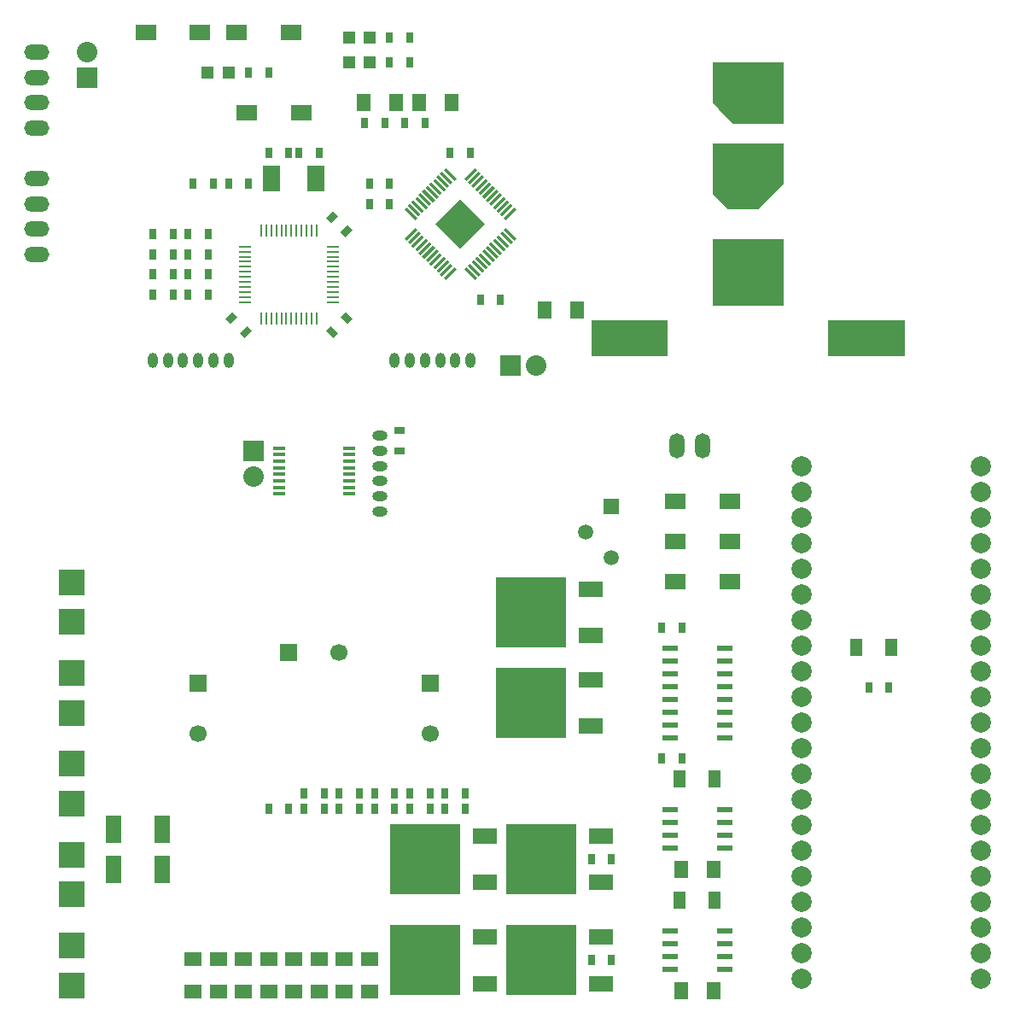
<source format=gbr>
G04 #@! TF.FileFunction,Soldermask,Top*
%FSLAX46Y46*%
G04 Gerber Fmt 4.6, Leading zero omitted, Abs format (unit mm)*
G04 Created by KiCad (PCBNEW 4.0.7) date 07/09/18 09:37:45*
%MOMM*%
%LPD*%
G01*
G04 APERTURE LIST*
%ADD10C,0.100000*%
%ADD11R,1.198880X1.198880*%
%ADD12O,2.500000X1.500000*%
%ADD13O,1.000000X1.524000*%
%ADD14R,2.032000X2.032000*%
%ADD15O,2.032000X2.032000*%
%ADD16R,2.000000X1.600000*%
%ADD17R,0.250000X1.300000*%
%ADD18R,1.300000X0.250000*%
%ADD19R,1.800000X2.600000*%
%ADD20R,0.700000X1.000000*%
%ADD21R,1.400000X1.800000*%
%ADD22R,1.000000X0.700000*%
%ADD23R,1.200000X0.400000*%
%ADD24O,1.524000X1.000000*%
%ADD25R,1.800000X1.400000*%
%ADD26R,1.501140X2.700020*%
%ADD27R,2.499360X2.499360*%
%ADD28R,2.400000X1.500000*%
%ADD29R,7.000240X7.000240*%
%ADD30R,1.550000X0.600000*%
%ADD31C,2.000000*%
%ADD32R,1.300480X1.699260*%
%ADD33R,1.500000X0.600000*%
%ADD34O,1.500000X2.500000*%
%ADD35C,1.510000*%
%ADD36R,1.510000X1.510000*%
%ADD37C,1.700000*%
%ADD38R,1.700000X1.700000*%
%ADD39C,0.026000*%
G04 APERTURE END LIST*
D10*
D11*
X19950980Y-7000000D03*
X22049020Y-7000000D03*
X33950980Y-6000000D03*
X36049020Y-6000000D03*
D12*
X3000000Y-25000000D03*
X3000000Y-22500000D03*
X3000000Y-20000000D03*
X3000000Y-17500000D03*
X3000000Y-12500000D03*
X3000000Y-10000000D03*
X3000000Y-7500000D03*
X3000000Y-5000000D03*
D13*
X14500000Y-35500000D03*
X16000000Y-35500000D03*
X17500000Y-35500000D03*
X19000000Y-35500000D03*
X20500000Y-35500000D03*
X22000000Y-35500000D03*
D14*
X8000000Y-7500000D03*
D15*
X8000000Y-4960000D03*
D16*
X23800000Y-11000000D03*
X29200000Y-11000000D03*
D17*
X30750000Y-22650000D03*
X30250000Y-22650000D03*
X29750000Y-22650000D03*
X29250000Y-22650000D03*
X28750000Y-22650000D03*
X28250000Y-22650000D03*
X27750000Y-22650000D03*
X27250000Y-22650000D03*
X26750000Y-22650000D03*
X26250000Y-22650000D03*
X25750000Y-22650000D03*
X25250000Y-22650000D03*
D18*
X23650000Y-24250000D03*
X23650000Y-24750000D03*
X23650000Y-25250000D03*
X23650000Y-25750000D03*
X23650000Y-26250000D03*
X23650000Y-26750000D03*
X23650000Y-27250000D03*
X23650000Y-27750000D03*
X23650000Y-28250000D03*
X23650000Y-28750000D03*
X23650000Y-29250000D03*
X23650000Y-29750000D03*
D17*
X25250000Y-31350000D03*
X25750000Y-31350000D03*
X26250000Y-31350000D03*
X26750000Y-31350000D03*
X27250000Y-31350000D03*
X27750000Y-31350000D03*
X28250000Y-31350000D03*
X28750000Y-31350000D03*
X29250000Y-31350000D03*
X29750000Y-31350000D03*
X30250000Y-31350000D03*
X30750000Y-31350000D03*
D18*
X32350000Y-29750000D03*
X32350000Y-29250000D03*
X32350000Y-28750000D03*
X32350000Y-28250000D03*
X32350000Y-27750000D03*
X32350000Y-27250000D03*
X32350000Y-26750000D03*
X32350000Y-26250000D03*
X32350000Y-25750000D03*
X32350000Y-25250000D03*
X32350000Y-24750000D03*
X32350000Y-24250000D03*
D19*
X30700000Y-17500000D03*
X26300000Y-17500000D03*
D20*
X36000000Y-18000000D03*
X38000000Y-18000000D03*
X47000000Y-29500000D03*
X49000000Y-29500000D03*
X35500000Y-12000000D03*
X37500000Y-12000000D03*
D21*
X35400000Y-10000000D03*
X38600000Y-10000000D03*
D20*
X39500000Y-12000000D03*
X41500000Y-12000000D03*
D21*
X40900000Y-10000000D03*
X44100000Y-10000000D03*
D20*
X46000000Y-15000000D03*
X44000000Y-15000000D03*
D11*
X33950980Y-3500000D03*
X36049020Y-3500000D03*
D10*
G36*
X39661344Y-23661701D02*
X39449212Y-23449569D01*
X40509872Y-22388909D01*
X40722004Y-22601041D01*
X39661344Y-23661701D01*
X39661344Y-23661701D01*
G37*
G36*
X40014897Y-24015254D02*
X39802765Y-23803122D01*
X40863425Y-22742462D01*
X41075557Y-22954594D01*
X40014897Y-24015254D01*
X40014897Y-24015254D01*
G37*
G36*
X40368451Y-24368808D02*
X40156319Y-24156676D01*
X41216979Y-23096016D01*
X41429111Y-23308148D01*
X40368451Y-24368808D01*
X40368451Y-24368808D01*
G37*
G36*
X40722004Y-24722361D02*
X40509872Y-24510229D01*
X41570532Y-23449569D01*
X41782664Y-23661701D01*
X40722004Y-24722361D01*
X40722004Y-24722361D01*
G37*
G36*
X41075557Y-25075914D02*
X40863425Y-24863782D01*
X41924085Y-23803122D01*
X42136217Y-24015254D01*
X41075557Y-25075914D01*
X41075557Y-25075914D01*
G37*
G36*
X41429111Y-25429468D02*
X41216979Y-25217336D01*
X42277639Y-24156676D01*
X42489771Y-24368808D01*
X41429111Y-25429468D01*
X41429111Y-25429468D01*
G37*
G36*
X41782664Y-25783021D02*
X41570532Y-25570889D01*
X42631192Y-24510229D01*
X42843324Y-24722361D01*
X41782664Y-25783021D01*
X41782664Y-25783021D01*
G37*
G36*
X42136218Y-26136575D02*
X41924086Y-25924443D01*
X42984746Y-24863783D01*
X43196878Y-25075915D01*
X42136218Y-26136575D01*
X42136218Y-26136575D01*
G37*
G36*
X42489771Y-26490128D02*
X42277639Y-26277996D01*
X43338299Y-25217336D01*
X43550431Y-25429468D01*
X42489771Y-26490128D01*
X42489771Y-26490128D01*
G37*
G36*
X42843324Y-26843681D02*
X42631192Y-26631549D01*
X43691852Y-25570889D01*
X43903984Y-25783021D01*
X42843324Y-26843681D01*
X42843324Y-26843681D01*
G37*
G36*
X43196878Y-27197235D02*
X42984746Y-26985103D01*
X44045406Y-25924443D01*
X44257538Y-26136575D01*
X43196878Y-27197235D01*
X43196878Y-27197235D01*
G37*
G36*
X43550431Y-27550788D02*
X43338299Y-27338656D01*
X44398959Y-26277996D01*
X44611091Y-26490128D01*
X43550431Y-27550788D01*
X43550431Y-27550788D01*
G37*
G36*
X46661701Y-27338656D02*
X46449569Y-27550788D01*
X45388909Y-26490128D01*
X45601041Y-26277996D01*
X46661701Y-27338656D01*
X46661701Y-27338656D01*
G37*
G36*
X47015254Y-26985103D02*
X46803122Y-27197235D01*
X45742462Y-26136575D01*
X45954594Y-25924443D01*
X47015254Y-26985103D01*
X47015254Y-26985103D01*
G37*
G36*
X47368808Y-26631549D02*
X47156676Y-26843681D01*
X46096016Y-25783021D01*
X46308148Y-25570889D01*
X47368808Y-26631549D01*
X47368808Y-26631549D01*
G37*
G36*
X47722361Y-26277996D02*
X47510229Y-26490128D01*
X46449569Y-25429468D01*
X46661701Y-25217336D01*
X47722361Y-26277996D01*
X47722361Y-26277996D01*
G37*
G36*
X48075914Y-25924443D02*
X47863782Y-26136575D01*
X46803122Y-25075915D01*
X47015254Y-24863783D01*
X48075914Y-25924443D01*
X48075914Y-25924443D01*
G37*
G36*
X48429468Y-25570889D02*
X48217336Y-25783021D01*
X47156676Y-24722361D01*
X47368808Y-24510229D01*
X48429468Y-25570889D01*
X48429468Y-25570889D01*
G37*
G36*
X48783021Y-25217336D02*
X48570889Y-25429468D01*
X47510229Y-24368808D01*
X47722361Y-24156676D01*
X48783021Y-25217336D01*
X48783021Y-25217336D01*
G37*
G36*
X49136575Y-24863782D02*
X48924443Y-25075914D01*
X47863783Y-24015254D01*
X48075915Y-23803122D01*
X49136575Y-24863782D01*
X49136575Y-24863782D01*
G37*
G36*
X49490128Y-24510229D02*
X49277996Y-24722361D01*
X48217336Y-23661701D01*
X48429468Y-23449569D01*
X49490128Y-24510229D01*
X49490128Y-24510229D01*
G37*
G36*
X49843681Y-24156676D02*
X49631549Y-24368808D01*
X48570889Y-23308148D01*
X48783021Y-23096016D01*
X49843681Y-24156676D01*
X49843681Y-24156676D01*
G37*
G36*
X50197235Y-23803122D02*
X49985103Y-24015254D01*
X48924443Y-22954594D01*
X49136575Y-22742462D01*
X50197235Y-23803122D01*
X50197235Y-23803122D01*
G37*
G36*
X50550788Y-23449569D02*
X50338656Y-23661701D01*
X49277996Y-22601041D01*
X49490128Y-22388909D01*
X50550788Y-23449569D01*
X50550788Y-23449569D01*
G37*
G36*
X49490128Y-21611091D02*
X49277996Y-21398959D01*
X50338656Y-20338299D01*
X50550788Y-20550431D01*
X49490128Y-21611091D01*
X49490128Y-21611091D01*
G37*
G36*
X49136575Y-21257538D02*
X48924443Y-21045406D01*
X49985103Y-19984746D01*
X50197235Y-20196878D01*
X49136575Y-21257538D01*
X49136575Y-21257538D01*
G37*
G36*
X48783021Y-20903984D02*
X48570889Y-20691852D01*
X49631549Y-19631192D01*
X49843681Y-19843324D01*
X48783021Y-20903984D01*
X48783021Y-20903984D01*
G37*
G36*
X48429468Y-20550431D02*
X48217336Y-20338299D01*
X49277996Y-19277639D01*
X49490128Y-19489771D01*
X48429468Y-20550431D01*
X48429468Y-20550431D01*
G37*
G36*
X48075915Y-20196878D02*
X47863783Y-19984746D01*
X48924443Y-18924086D01*
X49136575Y-19136218D01*
X48075915Y-20196878D01*
X48075915Y-20196878D01*
G37*
G36*
X47722361Y-19843324D02*
X47510229Y-19631192D01*
X48570889Y-18570532D01*
X48783021Y-18782664D01*
X47722361Y-19843324D01*
X47722361Y-19843324D01*
G37*
G36*
X47368808Y-19489771D02*
X47156676Y-19277639D01*
X48217336Y-18216979D01*
X48429468Y-18429111D01*
X47368808Y-19489771D01*
X47368808Y-19489771D01*
G37*
G36*
X47015254Y-19136217D02*
X46803122Y-18924085D01*
X47863782Y-17863425D01*
X48075914Y-18075557D01*
X47015254Y-19136217D01*
X47015254Y-19136217D01*
G37*
G36*
X46661701Y-18782664D02*
X46449569Y-18570532D01*
X47510229Y-17509872D01*
X47722361Y-17722004D01*
X46661701Y-18782664D01*
X46661701Y-18782664D01*
G37*
G36*
X46308148Y-18429111D02*
X46096016Y-18216979D01*
X47156676Y-17156319D01*
X47368808Y-17368451D01*
X46308148Y-18429111D01*
X46308148Y-18429111D01*
G37*
G36*
X45954594Y-18075557D02*
X45742462Y-17863425D01*
X46803122Y-16802765D01*
X47015254Y-17014897D01*
X45954594Y-18075557D01*
X45954594Y-18075557D01*
G37*
G36*
X45601041Y-17722004D02*
X45388909Y-17509872D01*
X46449569Y-16449212D01*
X46661701Y-16661344D01*
X45601041Y-17722004D01*
X45601041Y-17722004D01*
G37*
G36*
X44611091Y-17509872D02*
X44398959Y-17722004D01*
X43338299Y-16661344D01*
X43550431Y-16449212D01*
X44611091Y-17509872D01*
X44611091Y-17509872D01*
G37*
G36*
X44257538Y-17863425D02*
X44045406Y-18075557D01*
X42984746Y-17014897D01*
X43196878Y-16802765D01*
X44257538Y-17863425D01*
X44257538Y-17863425D01*
G37*
G36*
X43903984Y-18216979D02*
X43691852Y-18429111D01*
X42631192Y-17368451D01*
X42843324Y-17156319D01*
X43903984Y-18216979D01*
X43903984Y-18216979D01*
G37*
G36*
X43550431Y-18570532D02*
X43338299Y-18782664D01*
X42277639Y-17722004D01*
X42489771Y-17509872D01*
X43550431Y-18570532D01*
X43550431Y-18570532D01*
G37*
G36*
X43196878Y-18924085D02*
X42984746Y-19136217D01*
X41924086Y-18075557D01*
X42136218Y-17863425D01*
X43196878Y-18924085D01*
X43196878Y-18924085D01*
G37*
G36*
X42843324Y-19277639D02*
X42631192Y-19489771D01*
X41570532Y-18429111D01*
X41782664Y-18216979D01*
X42843324Y-19277639D01*
X42843324Y-19277639D01*
G37*
G36*
X42489771Y-19631192D02*
X42277639Y-19843324D01*
X41216979Y-18782664D01*
X41429111Y-18570532D01*
X42489771Y-19631192D01*
X42489771Y-19631192D01*
G37*
G36*
X42136217Y-19984746D02*
X41924085Y-20196878D01*
X40863425Y-19136218D01*
X41075557Y-18924086D01*
X42136217Y-19984746D01*
X42136217Y-19984746D01*
G37*
G36*
X41782664Y-20338299D02*
X41570532Y-20550431D01*
X40509872Y-19489771D01*
X40722004Y-19277639D01*
X41782664Y-20338299D01*
X41782664Y-20338299D01*
G37*
G36*
X41429111Y-20691852D02*
X41216979Y-20903984D01*
X40156319Y-19843324D01*
X40368451Y-19631192D01*
X41429111Y-20691852D01*
X41429111Y-20691852D01*
G37*
G36*
X41075557Y-21045406D02*
X40863425Y-21257538D01*
X39802765Y-20196878D01*
X40014897Y-19984746D01*
X41075557Y-21045406D01*
X41075557Y-21045406D01*
G37*
G36*
X40722004Y-21398959D02*
X40509872Y-21611091D01*
X39449212Y-20550431D01*
X39661344Y-20338299D01*
X40722004Y-21398959D01*
X40722004Y-21398959D01*
G37*
G36*
X46237437Y-23237437D02*
X45000000Y-22000000D01*
X46237437Y-20762563D01*
X47474874Y-22000000D01*
X46237437Y-23237437D01*
X46237437Y-23237437D01*
G37*
G36*
X45000000Y-22000000D02*
X43762563Y-20762563D01*
X45000000Y-19525126D01*
X46237437Y-20762563D01*
X45000000Y-22000000D01*
X45000000Y-22000000D01*
G37*
G36*
X45000000Y-24474874D02*
X43762563Y-23237437D01*
X45000000Y-22000000D01*
X46237437Y-23237437D01*
X45000000Y-24474874D01*
X45000000Y-24474874D01*
G37*
G36*
X43762563Y-23237437D02*
X42525126Y-22000000D01*
X43762563Y-20762563D01*
X45000000Y-22000000D01*
X43762563Y-23237437D01*
X43762563Y-23237437D01*
G37*
D20*
X31000000Y-15000000D03*
X29000000Y-15000000D03*
X26000000Y-15000000D03*
X28000000Y-15000000D03*
D10*
G36*
X32398959Y-33308148D02*
X31691852Y-32601041D01*
X32186827Y-32106066D01*
X32893934Y-32813173D01*
X32398959Y-33308148D01*
X32398959Y-33308148D01*
G37*
G36*
X33813173Y-31893934D02*
X33106066Y-31186827D01*
X33601041Y-30691852D01*
X34308148Y-31398959D01*
X33813173Y-31893934D01*
X33813173Y-31893934D01*
G37*
G36*
X34308148Y-22601041D02*
X33601041Y-23308148D01*
X33106066Y-22813173D01*
X33813173Y-22106066D01*
X34308148Y-22601041D01*
X34308148Y-22601041D01*
G37*
G36*
X32893934Y-21186827D02*
X32186827Y-21893934D01*
X31691852Y-21398959D01*
X32398959Y-20691852D01*
X32893934Y-21186827D01*
X32893934Y-21186827D01*
G37*
D20*
X18500000Y-18000000D03*
X20500000Y-18000000D03*
D10*
G36*
X21691852Y-31398959D02*
X22398959Y-30691852D01*
X22893934Y-31186827D01*
X22186827Y-31893934D01*
X21691852Y-31398959D01*
X21691852Y-31398959D01*
G37*
G36*
X23106066Y-32813173D02*
X23813173Y-32106066D01*
X24308148Y-32601041D01*
X23601041Y-33308148D01*
X23106066Y-32813173D01*
X23106066Y-32813173D01*
G37*
D20*
X22000000Y-18000000D03*
X24000000Y-18000000D03*
X38000000Y-3500000D03*
X40000000Y-3500000D03*
X24000000Y-7000000D03*
X26000000Y-7000000D03*
X38000000Y-6000000D03*
X40000000Y-6000000D03*
X14500000Y-23000000D03*
X16500000Y-23000000D03*
X18000000Y-23000000D03*
X20000000Y-23000000D03*
X14500000Y-25000000D03*
X16500000Y-25000000D03*
X18000000Y-25000000D03*
X20000000Y-25000000D03*
X14500000Y-27000000D03*
X16500000Y-27000000D03*
X18000000Y-27000000D03*
X20000000Y-27000000D03*
X14500000Y-29000000D03*
X16500000Y-29000000D03*
X18000000Y-29000000D03*
X20000000Y-29000000D03*
D13*
X38500000Y-35500000D03*
X40000000Y-35500000D03*
X41500000Y-35500000D03*
X43000000Y-35500000D03*
X44500000Y-35500000D03*
X46000000Y-35500000D03*
D14*
X50000000Y-36000000D03*
D15*
X52540000Y-36000000D03*
D22*
X39000000Y-42500000D03*
X39000000Y-44500000D03*
D23*
X27050000Y-44225000D03*
X27050000Y-44875000D03*
X27050000Y-45525000D03*
X27050000Y-46175000D03*
X27050000Y-46825000D03*
X27050000Y-47475000D03*
X27050000Y-48125000D03*
X27050000Y-48775000D03*
X33950000Y-48775000D03*
X33950000Y-48125000D03*
X33950000Y-47475000D03*
X33950000Y-46825000D03*
X33950000Y-46175000D03*
X33950000Y-45525000D03*
X33950000Y-44875000D03*
X33950000Y-44225000D03*
D24*
X37000000Y-43000000D03*
X37000000Y-44500000D03*
X37000000Y-46000000D03*
X37000000Y-47500000D03*
X37000000Y-49000000D03*
X37000000Y-50500000D03*
D14*
X24500000Y-44500000D03*
D15*
X24500000Y-47040000D03*
D21*
X66900000Y-86000000D03*
X70100000Y-86000000D03*
D25*
X26000000Y-94900000D03*
X26000000Y-98100000D03*
X36000000Y-94900000D03*
X36000000Y-98100000D03*
X21000000Y-94900000D03*
X21000000Y-98100000D03*
X28500000Y-94900000D03*
X28500000Y-98100000D03*
X18500000Y-94900000D03*
X18500000Y-98100000D03*
X33500000Y-94900000D03*
X33500000Y-98100000D03*
X23500000Y-94900000D03*
X23500000Y-98100000D03*
X31000000Y-94900000D03*
X31000000Y-98100000D03*
D26*
X15400300Y-86000000D03*
X10599700Y-86000000D03*
X10599700Y-82000000D03*
X15400300Y-82000000D03*
D27*
X6500000Y-66531500D03*
X6500000Y-70468500D03*
X6500000Y-75531500D03*
X6500000Y-79468500D03*
D28*
X57950000Y-71800000D03*
X57950000Y-67200000D03*
D29*
X52050680Y-69500000D03*
D28*
X47450000Y-97300000D03*
X47450000Y-92700000D03*
D29*
X41550680Y-95000000D03*
D28*
X47450000Y-87300000D03*
X47450000Y-82700000D03*
D29*
X41550680Y-85000000D03*
D28*
X58950000Y-87300000D03*
X58950000Y-82700000D03*
D29*
X53050680Y-85000000D03*
D20*
X28000000Y-80000000D03*
X26000000Y-80000000D03*
X31500000Y-80000000D03*
X29500000Y-80000000D03*
X35000000Y-80000000D03*
X33000000Y-80000000D03*
X65000000Y-75000000D03*
X67000000Y-75000000D03*
X38500000Y-80000000D03*
X36500000Y-80000000D03*
X42000000Y-80000000D03*
X40000000Y-80000000D03*
X58000000Y-95000000D03*
X60000000Y-95000000D03*
X45500000Y-80000000D03*
X43500000Y-80000000D03*
X43500000Y-78500000D03*
X45500000Y-78500000D03*
X40000000Y-78500000D03*
X42000000Y-78500000D03*
X36500000Y-78500000D03*
X38500000Y-78500000D03*
X33000000Y-78500000D03*
X35000000Y-78500000D03*
X29500000Y-78500000D03*
X31500000Y-78500000D03*
X58000000Y-85000000D03*
X60000000Y-85000000D03*
D30*
X71200000Y-83905000D03*
X71200000Y-82635000D03*
X71200000Y-81365000D03*
X71200000Y-80095000D03*
X65800000Y-80095000D03*
X65800000Y-81365000D03*
X65800000Y-82635000D03*
X65800000Y-83905000D03*
D31*
X78880000Y-46020000D03*
X78880000Y-48560000D03*
X78880000Y-51100000D03*
X78880000Y-53640000D03*
X78880000Y-56180000D03*
X78880000Y-58720000D03*
X78880000Y-61260000D03*
X78880000Y-63800000D03*
X78880000Y-66340000D03*
X78880000Y-68880000D03*
X78880000Y-71420000D03*
X78880000Y-73960000D03*
X78880000Y-76500000D03*
X78880000Y-79040000D03*
X78880000Y-81580000D03*
X78880000Y-84120000D03*
X78880000Y-86660000D03*
X78880000Y-89200000D03*
X78880000Y-91740000D03*
X78880000Y-94280000D03*
X78880000Y-96820000D03*
X96660000Y-96820000D03*
X96660000Y-94280000D03*
X96660000Y-91740000D03*
X96660000Y-89200000D03*
X96660000Y-86660000D03*
X96660000Y-84120000D03*
X96660000Y-81580000D03*
X96660000Y-79040000D03*
X96660000Y-76500000D03*
X96660000Y-73960000D03*
X96660000Y-71420000D03*
X96660000Y-68880000D03*
X96660000Y-66340000D03*
X96660000Y-63800000D03*
X96660000Y-61260000D03*
X96660000Y-58720000D03*
X96660000Y-56180000D03*
X96660000Y-53640000D03*
X96660000Y-51100000D03*
X96660000Y-48560000D03*
X96660000Y-46020000D03*
D32*
X87750060Y-64000000D03*
X84249940Y-64000000D03*
X66749940Y-77000000D03*
X70250060Y-77000000D03*
D21*
X66900000Y-98000000D03*
X70100000Y-98000000D03*
D32*
X66749940Y-89000000D03*
X70250060Y-89000000D03*
D27*
X6500000Y-93531500D03*
X6500000Y-97468500D03*
X6500000Y-57531500D03*
X6500000Y-61468500D03*
D28*
X58950000Y-97300000D03*
X58950000Y-92700000D03*
D29*
X53050680Y-95000000D03*
D28*
X57950000Y-62800000D03*
X57950000Y-58200000D03*
D29*
X52050680Y-60500000D03*
D20*
X65000000Y-62000000D03*
X67000000Y-62000000D03*
D30*
X71200000Y-95905000D03*
X71200000Y-94635000D03*
X71200000Y-93365000D03*
X71200000Y-92095000D03*
X65800000Y-92095000D03*
X65800000Y-93365000D03*
X65800000Y-94635000D03*
X65800000Y-95905000D03*
D33*
X71200000Y-72945000D03*
X71200000Y-71675000D03*
X71200000Y-70405000D03*
X71200000Y-69135000D03*
X71200000Y-67865000D03*
X71200000Y-66595000D03*
X71200000Y-65325000D03*
X71200000Y-64055000D03*
X65800000Y-64055000D03*
X65800000Y-65325000D03*
X65800000Y-66595000D03*
X65800000Y-67865000D03*
X65800000Y-69135000D03*
X65800000Y-70405000D03*
X65800000Y-71675000D03*
X65800000Y-72945000D03*
D27*
X6500000Y-84531500D03*
X6500000Y-88468500D03*
D34*
X69000000Y-44000000D03*
X66500000Y-44000000D03*
D20*
X85500000Y-68000000D03*
X87500000Y-68000000D03*
D16*
X66300000Y-49500000D03*
X71700000Y-49500000D03*
X66300000Y-53500000D03*
X71700000Y-53500000D03*
X66300000Y-57500000D03*
X71700000Y-57500000D03*
D35*
X60000000Y-55080000D03*
D36*
X60000000Y-50000000D03*
D35*
X57460000Y-52540000D03*
D20*
X36000000Y-20000000D03*
X38000000Y-20000000D03*
D37*
X19000000Y-72500000D03*
D38*
X19000000Y-67500000D03*
D37*
X33000000Y-64500000D03*
D38*
X28000000Y-64500000D03*
D37*
X42000000Y-72500000D03*
D38*
X42000000Y-67500000D03*
D21*
X53400000Y-30500000D03*
X56600000Y-30500000D03*
D16*
X13800000Y-3000000D03*
X19200000Y-3000000D03*
X28200000Y-3000000D03*
X22800000Y-3000000D03*
D39*
G36*
X88987000Y-34987000D02*
X81513000Y-34987000D01*
X81513000Y-31513000D01*
X88987000Y-31513000D01*
X88987000Y-34987000D01*
X88987000Y-34987000D01*
G37*
X88987000Y-34987000D02*
X81513000Y-34987000D01*
X81513000Y-31513000D01*
X88987000Y-31513000D01*
X88987000Y-34987000D01*
G36*
X65487000Y-34987000D02*
X58013000Y-34987000D01*
X58013000Y-31513000D01*
X65487000Y-31513000D01*
X65487000Y-34987000D01*
X65487000Y-34987000D01*
G37*
X65487000Y-34987000D02*
X58013000Y-34987000D01*
X58013000Y-31513000D01*
X65487000Y-31513000D01*
X65487000Y-34987000D01*
G36*
X76987000Y-29987000D02*
X70013000Y-29987000D01*
X70013000Y-23513000D01*
X76987000Y-23513000D01*
X76987000Y-29987000D01*
X76987000Y-29987000D01*
G37*
X76987000Y-29987000D02*
X70013000Y-29987000D01*
X70013000Y-23513000D01*
X76987000Y-23513000D01*
X76987000Y-29987000D01*
G36*
X76987000Y-17994616D02*
X74494616Y-20487000D01*
X71505384Y-20487000D01*
X70013000Y-18994616D01*
X70013000Y-14013000D01*
X76987000Y-14013000D01*
X76987000Y-17994616D01*
X76987000Y-17994616D01*
G37*
X76987000Y-17994616D02*
X74494616Y-20487000D01*
X71505384Y-20487000D01*
X70013000Y-18994616D01*
X70013000Y-14013000D01*
X76987000Y-14013000D01*
X76987000Y-17994616D01*
G36*
X76987000Y-11987000D02*
X72005384Y-11987000D01*
X70013000Y-9994616D01*
X70013000Y-6013000D01*
X76987000Y-6013000D01*
X76987000Y-11987000D01*
X76987000Y-11987000D01*
G37*
X76987000Y-11987000D02*
X72005384Y-11987000D01*
X70013000Y-9994616D01*
X70013000Y-6013000D01*
X76987000Y-6013000D01*
X76987000Y-11987000D01*
M02*

</source>
